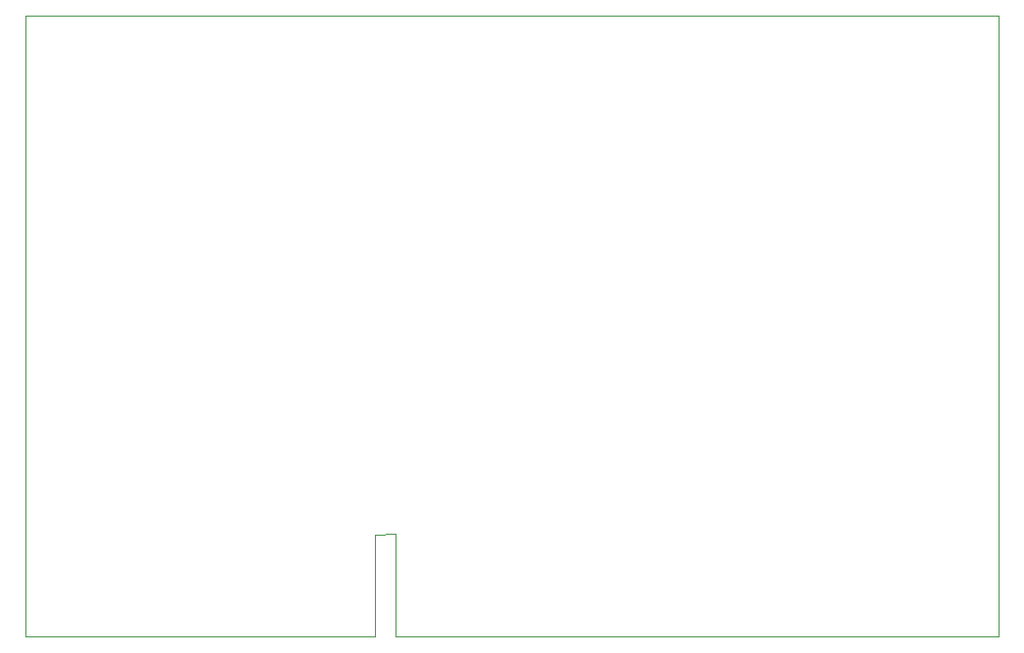
<source format=gbr>
%TF.GenerationSoftware,KiCad,Pcbnew,8.0.2*%
%TF.CreationDate,2024-05-20T10:37:38+02:00*%
%TF.ProjectId,zx81-external-rom-with-display,7a783831-2d65-4787-9465-726e616c2d72,rev?*%
%TF.SameCoordinates,Original*%
%TF.FileFunction,Profile,NP*%
%FSLAX46Y46*%
G04 Gerber Fmt 4.6, Leading zero omitted, Abs format (unit mm)*
G04 Created by KiCad (PCBNEW 8.0.2) date 2024-05-20 10:37:38*
%MOMM*%
%LPD*%
G01*
G04 APERTURE LIST*
%TA.AperFunction,Profile*%
%ADD10C,0.100000*%
%TD*%
G04 APERTURE END LIST*
D10*
X78050000Y-69860000D02*
X162260000Y-69880000D01*
X108335000Y-114772500D02*
X108350000Y-123660000D01*
X108350000Y-123660000D02*
X78050000Y-123660000D01*
X162260000Y-69880000D02*
X162290000Y-123660000D01*
X108335000Y-114772500D02*
X110085000Y-114767500D01*
X162290000Y-123660000D02*
X110100000Y-123645000D01*
X78050000Y-123660000D02*
X78050000Y-69860000D01*
X110085000Y-114767500D02*
X110100000Y-123645000D01*
M02*

</source>
